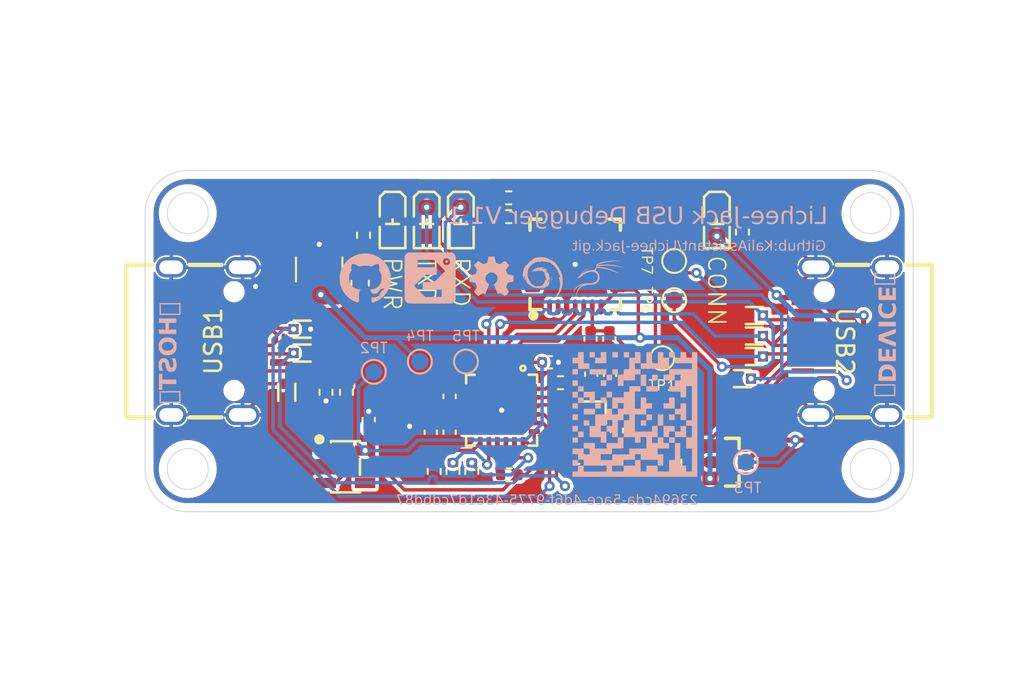
<source format=kicad_pcb>
(kicad_pcb (version 20241229) (generator "pcbnew") (generator_version "9.0")
  (title_block (title "Lichee-Jack USB Debugger") (date "2026-01-17") (rev "1.1") (company "KaliAssistant <work.kaliassistant.github@gmail.com>"))
  (layers (0 "F.Cu" signal) (2 "B.Cu" signal) (13 "F.Paste" user) (15 "B.Paste" user) (5 "F.SilkS" user "F.Silkscreen") (7 "B.SilkS" user "B.Silkscreen") (1 "F.Mask" user) (3 "B.Mask" user) (25 "Edge.Cuts" user))
  (net 0 "")
  (net 1 "V3V3_CP2102")
  (net 2 "VBUS")
  (net 3 "V3V3_USB2422")
  (net 4 "Net-(U1-CRFILT)")
  (net 5 "Net-(U1-PLLFILT)")
  (net 6 "XTAL1")
  (net 7 "XTAL2")
  (net 8 "UP_DN")
  (net 9 "UP_DP")
  (net 10 "TXD")
  (net 11 "DN2_DP")
  (net 12 "RXD")
  (net 13 "Net-(LED1--)")
  (net 14 "VCON")
  (net 15 "Net-(LED2-K)")
  (net 16 "Net-(LED3-+)")
  (net 17 "CC1")
  (net 18 "Net-(USB1-CC2)")
  (net 19 "Net-(USB1-CC1)")
  (net 20 "Net-(U1-RBIAS)")
  (net 21 "Net-(U1-RESET_N)")
  (net 22 "Net-(U1-SMBDATA{slash}NON_REM1)")
  (net 23 "Net-(U1-SMBCLK{slash}CFG_SEL0)")
  (net 24 "Net-(U1-SUSP_IND{slash}LOCAL_PWR{slash}(NON_REM0))")
  (net 30 "DN1_DP")
  (net 56 "GNDREF")
  (net 57 "Net-(LED4-+)")
  (net 58 "DN2_DN")
  (net 59 "DN1_DN")
  (footprint "Capacitor_SMD:C_0402_1005Metric" (layer "F.Cu") (at 141.6 74.6 90)
    (property "Reference" "C3" (hide yes))
    (property "Value" "1uF")
  )
  (footprint "Resistor_SMD:R_0402_1005Metric" (layer "F.Cu") (at 163.5 63.61 -90)
    (property "Reference" "R12" (hide yes))
    (property "Value" "1k")
  )
  (footprint "XL7EL89CMI-111YLC-24M:CRYSTAL-SMD_4P-L2.0-W1.6-BL" (layer "F.Cu") (at 153.84 74.99 180)
    (property "Reference" "X1" (hide yes))
    (property "Value" "XL7EL89CMI-111YLC-24M")
  )
  (footprint "TestPoint:TestPoint_Pad_D1.0mm" (layer "F.Cu") (at 159.5 67.6)
    (property "Reference" "TP6")
    (property "Value" "TP_TXD")
  )
  (footprint "YLED0603R:LED0603-FD" (layer "F.Cu") (at 143 63 90)
    (property "Reference" "LED1" (hide yes))
    (property "Value" "LED_RED_PWR")
  )
  (footprint "USB-TYPE-C-018:USB-C_SMD-TYPE-C-31-M-12" (layer "F.Cu") (at 169.5 70 90)
    (property "Reference" "USB2")
    (property "Value" "TYPE-C")
  )
  (footprint "Capacitor_SMD:C_0402_1005Metric" (layer "F.Cu") (at 145.24 75.34 -90)
    (property "Reference" "C6" (hide yes))
    (property "Value" "1uF")
  )
  (footprint "Resistor_SMD:R_0402_1005Metric" (layer "F.Cu") (at 149.8 62.7)
    (property "Reference" "R9" (hide yes))
    (property "Value" "220R")
  )
  (footprint "Capacitor_SMD:C_0402_1005Metric" (layer "F.Cu") (at 152.24 71.24)
    (property "Reference" "C4" (hide yes))
    (property "Value" "100nF")
  )
  (footprint "Capacitor_SMD:C_1210_3225Metric" (layer "F.Cu") (at 138.7 65.8 90)
    (property "Reference" "C1" (hide yes))
    (property "Value" "1210-100uF")
  )
  (footprint "Capacitor_SMD:C_0402_1005Metric" (layer "F.Cu") (at 155.74 71.94 -90)
    (property "Reference" "C9" (hide yes))
    (property "Value" "100nF")
  )
  (footprint "Capacitor_SMD:C_0402_1005Metric" (layer "F.Cu") (at 154.6 69.88 90)
    (property "Reference" "C12" (hide yes))
    (property "Value" "4.7uF")
  )
  (footprint "TestPoint:TestPoint_Pad_D1.0mm" (layer "F.Cu") (at 158.8 71)
    (property "Reference" "TP1")
    (property "Value" "TP_CP2102_VDD")
  )
  (footprint "Capacitor_SMD:C_0402_1005Metric" (layer "F.Cu") (at 146.34 73.24 90)
    (property "Reference" "C5" (hide yes))
    (property "Value" "1uF")
  )
  (footprint "Capacitor_SMD:C_0402_1005Metric" (layer "F.Cu") (at 155.7 69.88 90)
    (property "Reference" "C13" (hide yes))
    (property "Value" "100nF")
  )
  (footprint "Resistor_SMD:R_0402_1005Metric" (layer "F.Cu") (at 160.3 77.11 90)
    (property "Reference" "R11" (hide yes))
    (property "Value" "56k")
  )
  (footprint "TPD1E10B06DPYR:X1SON-2_L1.0-W0.6-P0.65-BI" (layer "F.Cu") (at 164.2 68.5)
    (property "Reference" "D4" (hide yes))
    (property "Value" "TPD1E10B06DPYR")
  )
  (footprint "TPD1E10B06DPYR:X1SON-2_L1.0-W0.6-P0.65-BI" (layer "F.Cu") (at 137.7 70.7 180)
    (property "Reference" "D3" (hide yes))
    (property "Value" "TPD1E10B06DPYR")
  )
  (footprint "Capacitor_SMD:C_0402_1005Metric" (layer "F.Cu") (at 156.14 75.24 -90)
    (property "Reference" "C10" (hide yes))
    (property "Value" "18pF")
  )
  (footprint "Capacitor_SMD:C_0603_1608Metric" (layer "F.Cu") (at 141.1 66.6 90)
    (property "Reference" "C2" (hide yes))
    (property "Value" "0603-10uF")
  )
  (footprint "Resistor_SMD:R_0402_1005Metric" (layer "F.Cu") (at 141.3 63.8 -90)
    (property "Reference" "R1" (hide yes))
    (property "Value" "1k")
  )
  (footprint "AO3401A:SOT23-3" (layer "F.Cu") (at 162.6 77.1 180)
    (property "Reference" "Q1" (hide yes))
    (property "Value" "AO3401A")
  )
  (footprint "Resistor_SMD:R_0402_1005Metric" (layer "F.Cu") (at 145.44 77.64 -90)
    (property "Reference" "R6" (hide yes))
    (property "Value" "47k")
  )
  (footprint "Resistor_SMD:R_0402_1005Metric" (layer "F.Cu") (at 149.8 61.6)
    (property "Reference" "R10" (hide yes))
    (property "Value" "220R")
  )
  (footprint "Resistor_SMD:R_0402_1005Metric" (layer "F.Cu") (at 152.84 72.44)
    (property "Reference" "R4" (hide yes))
    (property "Value" "12k")
  )
  (footprint "Capacitor_SMD:C_0402_1005Metric" (layer "F.Cu") (at 154.64 71.94 -90)
    (property "Reference" "C8" (hide yes))
    (property "Value" "10nF")
  )
  (footprint "YLED0603B:LED0603-FD" (layer "F.Cu") (at 162 63 90)
    (property "Reference" "LED2" (hide yes))
    (property "Value" "LED_BLUE_CONN")
  )
  (footprint "Resistor_SMD:R_0402_1005Metric" (layer "F.Cu") (at 146.54 77.64 -90)
    (property "Reference" "R7" (hide yes))
    (property "Value" "47k")
  )
  (footprint "TPD1E10B06DPYR:X1SON-2_L1.0-W0.6-P0.65-BI" (layer "F.Cu") (at 164.2 70.9)
    (property "Reference" "D5" (hide yes))
    (property "Value" "TPD1E10B06DPYR")
  )
  (footprint "Resistor_SMD:R_0402_1005Metric" (layer "F.Cu") (at 140.3 73 -90)
    (property "Reference" "R3" (hide yes))
    (property "Value" "5k1")
  )
  (footprint "Resistor_SMD:R_0402_1005Metric" (layer "F.Cu") (at 139.1 73 -90)
    (property "Reference" "R2" (hide yes))
    (property "Value" "5k1")
  )
  (footprint "Capacitor_SMD:C_0402_1005Metric" (layer "F.Cu") (at 153.84 76.84)
    (property "Reference" "C11" (hide yes))
    (property "Value" "18pF")
  )
  (footprint "USB-TYPE-C-018:USB-C_SMD-TYPE-C-31-M-12" (layer "F.Cu") (at 132.5 70 -90)
    (property "Reference" "USB1")
    (property "Value" "TYPE-C")
  )
  (footprint "TPSPX3819M5-L-3-3:SOT-23-5_L3.0-W1.6-P0.95-LS2.8-BR" (layer "F.Cu") (at 140.24 77.3675 180)
    (property "Reference" "U3" (hide yes))
    (property "Value" "TPSPX3819M5-L-3-3")
  )
  (footprint "Resistor_SMD:R_0402_1005Metric" (layer "F.Cu") (at 149.84 77.84 180)
    (property "Reference" "R5" (hide yes))
    (property "Value" "10k")
  )
  (footprint "TPD1E10B06DPYR:X1SON-2_L1.0-W0.6-P0.65-BI" (layer "F.Cu") (at 163.5 72.2)
    (property "Reference" "D7" (hide yes))
    (property "Value" "TPD1E10B06DPYR")
  )
  (footprint "TPD1E10B06DPYR:X1SON-2_L1.0-W0.6-P0.65-BI" (layer "F.Cu") (at 164.2 69.7)
    (property "Reference" "D6" (hide yes))
    (property "Value" "TPD1E10B06DPYR")
  )
  (footprint "CP2102-GMR:WQFN-28_L5.0-W5.0-P0.50-BL-EP3.2" (layer "F.Cu") (at 153.7 65.5)
    (property "Reference" "U4" (hide yes))
    (property "Value" "CP2102-GMR")
  )
  (footprint "YLED0603G:LED0603-FD" (layer "F.Cu") (at 147 63 90)
    (property "Reference" "LED4" (hide yes))
    (property "Value" "LED_GREEN_RXD")
  )
  (footprint "Resistor_SMD:R_0402_1005Metric" (layer "F.Cu") (at 147.64 77.64 -90)
    (property "Reference" "R8" (hide yes))
    (property "Value" "47k")
  )
  (footprint "TPD1E10B06DPYR:X1SON-2_L1.0-W0.6-P0.65-BI" (layer "F.Cu") (at 137.7 69.3 180)
    (property "Reference" "D2" (hide yes))
    (property "Value" "TPD1E10B06DPYR")
  )
  (footprint "Capacitor_SMD:C_0402_1005Metric" (layer "F.Cu") (at 146.34 75.34 -90)
    (property "Reference" "C7" (hide yes))
    (property "Value" "100nF")
  )
  (footprint "TestPoint:TestPoint_Pad_D1.0mm" (layer "F.Cu") (at 159.5 65.3)
    (property "Reference" "TP7")
    (property "Value" "TP_RXD")
  )
  (footprint "USB2422:QFN-24_L4.0-W4.0-P0.50-BL-EP2.6" (layer "F.Cu") (at 149.39 74.05 180)
    (property "Reference" "U1" (hide yes))
    (property "Value" "USB2422/MJ")
  )
  (footprint "TPD1E10B06DPYR:X1SON-2_L1.0-W0.6-P0.65-BI" (layer "F.Cu") (at 136.8 73 90)
    (property "Reference" "D1" (hide yes))
    (property "Value" "TPD1E10B06DPYR")
  )
  (footprint "YLED0603G:LED0603-FD" (layer "F.Cu") (at 145 63 90)
    (property "Reference" "LED3" (hide yes))
    (property "Value" "LED_YELLOW_TXD")
  )
  (footprint "ICON:kali_3x3" (layer "B.Cu") (at 155.1 66.4 180)
    (property "Reference" "G***" (hide yes))
    (property "Value" "LOGO" (hide yes))
  )
  (footprint "TestPoint:TestPoint_Pad_D1.0mm" (layer "B.Cu") (at 144.6 71.2 180)
    (property "Reference" "TP4")
    (property "Value" "TP_VBUS")
  )
  (footprint "ICON:oshw_3x3" (layer "B.Cu") (at 148.8 66.2 180)
    (property "Reference" "G***" (hide yes))
    (property "Value" "LOGO" (hide yes))
  )
  (footprint "TestPoint:TestPoint_Pad_D1.0mm" (layer "B.Cu") (at 163.7 77.1 180)
    (property "Reference" "TP3")
    (property "Value" "TP_VCON")
  )
  (footprint "TestPoint:TestPoint_Pad_D1.0mm" (layer "B.Cu") (at 141.9 71.8 180)
    (property "Reference" "TP2")
    (property "Value" "TP_V3V3_USB2422")
  )
  (footprint "UUID:23694cda-5ace-4d6f-9775-43e1d7cdbd87" (layer "B.Cu") (at 157.2 74.3 180)
    (property "Reference" "G***" (hide yes))
    (property "Value" "LOGO" (hide yes))
  )
  (footprint "ICON:sipeed_logo_3x3" (layer "B.Cu") (at 145.2 66.3 180)
    (property "Reference" "G***" (hide yes))
    (property "Value" "LOGO" (hide yes))
  )
  (footprint "ICON:github_3x3" (layer "B.Cu") (at 141.4 66.3 180)
    (property "Reference" "G***" (hide yes))
    (property "Value" "LOGO" (hide yes))
  )
  (footprint "TestPoint:TestPoint_Pad_D1.0mm" (layer "B.Cu") (at 147.3 71.2 180)
    (property "Reference" "TP5")
    (property "Value" "TP_GND")
  )
  (footprint "ICON:debian_3x3" (layer "B.Cu") (at 151.8 66.3 180)
    (property "Reference" "G***" (hide yes))
    (property "Value" "LOGO" (hide yes))
  )
  (gr_line (start 131 60) (end 171 60) (stroke (width 0.05)) (layer "Edge.Cuts"))
  (gr_arc (start 171 60) (mid 172.767767 60.732233) (end 173.5 62.5) (stroke (width 0.05)) (layer "Edge.Cuts"))
  (gr_line (start 173.5 62.5) (end 173.5 77.5) (stroke (width 0.05)) (layer "Edge.Cuts"))
  (gr_line (start 131 80) (end 171 80) (stroke (width 0.05)) (layer "Edge.Cuts"))
  (gr_line (start 128.5 62.5) (end 128.5 77.5) (stroke (width 0.05)) (layer "Edge.Cuts"))
  (gr_arc (start 128.5 62.5) (mid 129.232233 60.732233) (end 131 60) (stroke (width 0.05)) (layer "Edge.Cuts"))
  (gr_circle (center 171 77.5) (end 172.2 77.5) (stroke (width 0.05)) (fill no) (layer "Edge.Cuts"))
  (gr_circle (center 131 62.5) (end 132.2 62.5) (stroke (width 0.05)) (fill no) (layer "Edge.Cuts"))
  (gr_arc (start 173.5 77.5) (mid 172.767767 79.267767) (end 171 80) (stroke (width 0.05)) (layer "Edge.Cuts"))
  (gr_circle (center 131 77.5) (end 132.2 77.5) (stroke (width 0.05)) (fill no) (layer "Edge.Cuts"))
  (gr_circle (center 171 62.5) (end 172.2 62.5) (stroke (width 0.05)) (fill no) (layer "Edge.Cuts"))
  (gr_arc (start 131 80) (mid 129.232233 79.267767) (end 128.5 77.5) (stroke (width 0.05)) (layer "Edge.Cuts"))
  (gr_text "RXD" (at 146.4 65 270) (layer "F.SilkS") (effects (font (size 1 1) (thickness 0.1)) (justify left bottom)))
  (gr_text "CONN" (at 161.4 64.9 270) (layer "F.SilkS") (effects (font (size 1 1) (thickness 0.1)) (justify left bottom)))
  (gr_text "TXD" (at 144.4 65 270) (layer "F.SilkS") (effects (font (size 1 1) (thickness 0.1)) (justify left bottom)))
  (gr_text "PWR" (at 142.4 65 270) (layer "F.SilkS") (effects (font (size 1 1) (thickness 0.1)) (justify left bottom)))
  (gr_text "Github:KaliAssistant/Lichee-Jack.git" (at 168.4 64.8 0) (layer "B.SilkS") (effects (font (size 0.6 0.6) (thickness 0.1)) (justify left bottom mirror)))
  (gr_text "󱨊HOST󱨊" (at 130.5 67.7 90) (layer "B.SilkS") (effects (font (size 1 1) (thickness 0.1)) (justify left bottom mirror)))
  (gr_text "Lichee-Jack USB Debugger V1.1" (at 168.5 63.3 0) (layer "B.SilkS") (effects (font (size 1 1) (thickness 0.1)) (justify left bottom mirror)))
  (gr_text "23694cda-5ace-4d6f-9775-43e1d7cdbd87" (at 160.9 79.7 0) (layer "B.SilkS") (effects (font (size 0.6 0.6) (thickness 0.1)) (justify left bottom mirror)))
  (gr_text "󱨊DEVICE󱨊" (at 171.3 73.3 270) (layer "B.SilkS") (effects (font (size 1 1) (thickness 0.1)) (justify left bottom mirror)))
  (segment (start 155.7 69.4) (end 157.3 71) (width 0.2) (layer "F.Cu") (net 1))
  (segment (start 150.31 61.6) (end 155.2 61.6) (width 0.2) (layer "F.Cu") (net 1))
  (segment (start 155.2 61.6) (end 157.2 63.6) (width 0.2) (layer "F.Cu") (net 1))
  (segment (start 158.4 67.4) (end 158.4 70.6) (width 0.2) (layer "F.Cu") (net 1))
  (segment (start 150.31 62.7) (end 150.31 61.6) (width 0.2) (layer "F.Cu") (net 1))
  (segment (start 155.7 69.4) (end 154.6 69.4) (width 0.2) (layer "F.Cu") (net 1))
  (segment (start 158.4 70.6) (end 158.8 71) (width 0.2) (layer "F.Cu") (net 1))
  (segment (start 157.2 63.6) (end 157.2 66.2) (width 0.2) (layer "F.Cu") (net 1))
  (segment (start 157.3 71) (end 158.8 71) (width 0.2) (layer "F.Cu") (net 1))
  (segment (start 154.7 68) (end 154.7 69.3) (width 0.2) (layer "F.Cu") (net 1))
  (segment (start 154.7 69.3) (end 154.6 69.4) (width 0.2) (layer "F.Cu") (net 1))
  (segment (start 157.2 66.2) (end 158.4 67.4) (width 0.2) (layer "F.Cu") (net 1))
  (segment (start 134.97 67.45) (end 134.47 67.45) (width 0.2) (layer "F.Cu") (net 2))
  (segment (start 138.7 67.275) (end 138.8 67.275) (width 0.3) (layer "F.Cu") (net 2))
  (segment (start 139.642 78.3175) (end 139.991 77.9685) (width 0.2) (layer "F.Cu") (net 2))
  (segment (start 138.8 67.275) (end 141 67.275) (width 0.3) (layer "F.Cu") (net 2))
  (segment (start 156.2 67) (end 155.2 68) (width 0.2) (layer "F.Cu") (net 2))
  (segment (start 139.09 78.3175) (end 139.642 78.3175) (width 0.2) (layer "F.Cu") (net 2))
  (segment (start 134.97 67.75) (end 134.97 67.45) (width 0.2) (layer "F.Cu") (net 2))
  (segment (start 160.3 77.62) (end 161.17 77.62) (width 0.2) (layer "F.Cu") (net 2))
  (segment (start 143 63.85) (end 143 65.475) (width 0.2) (layer "F.Cu") (net 2))
  (segment (start 134.97 72.55) (end 134.97 72.25) (width 0.2) (layer "F.Cu") (net 2))
  (segment (start 136.8 72.5) (end 135.22 72.5) (width 0.2) (layer "F.Cu") (net 2))
  (segment (start 133.399 68.521) (end 133.399 71.562281) (width 0.2) (layer "F.Cu") (net 2))
  (segment (start 143 65.475) (end 141.1 67.375) (width 0.2) (layer "F.Cu") (net 2))
  (segment (start 138.7 67.275) (end 138.225 67.75) (width 0.3) (layer "F.Cu") (net 2))
  (segment (start 134.47 67.45) (end 133.399 68.521) (width 0.2) (layer "F.Cu") (net 2))
  (segment (start 141 67.275) (end 141.1 67.375) (width 0.3) (layer "F.Cu") (net 2))
  (segment (start 138.225 67.75) (end 134.97 67.75) (width 0.3) (layer "F.Cu") (net 2))
  (segment (start 136.8 72.5) (end 136.9 72.5) (width 0.2) (layer "F.Cu") (net 2))
  (segment (start 133.399 71.562281) (end 134.386719 72.55) (width 0.2) (layer "F.Cu") (net 2))
  (segment (start 157.2 67) (end 157.4 67.2) (width 0.2) (layer "F.Cu") (net 2))
  (segment (start 139.7175 76.4175) (end 139.09 76.4175) (width 0.2) (layer "F.Cu") (net 2))
  (segment (start 157.4 69.7) (end 157.5 69.8) (width 0.2) (layer "F.Cu") (net 2))
  (segment (start 157.4 67.2) (end 157.4 69.7) (width 0.2) (layer "F.Cu") (net 2))
  (segment (start 139.991 77.9685) (end 139.991 76.691) (width 0.2) (layer "F.Cu") (net 2))
  (segment (start 134.386719 72.55) (end 134.97 72.55) (width 0.2) (layer "F.Cu") (net 2))
  (segment (start 156.2 67) (end 157.2 67) (width 0.2) (layer "F.Cu") (net 2))
  (segment (start 139.991 76.691) (end 139.7175 76.4175) (width 0.2) (layer "F.Cu") (net 2))
  (segment (start 139.09 74.69) (end 139.09 76.4175) (width 0.2) (layer "F.Cu") (net 2))
  (segment (start 136.9 72.5) (end 139.09 74.69) (width 0.2) (layer "F.Cu") (net 2))
  (segment (start 135.22 72.5) (end 134.97 72.25) (width 0.2) (layer "F.Cu") (net 2))
  (segment (start 161.17 77.62) (end 161.6 78.05) (width 0.2) (layer "F.Cu") (net 2))
  (via (at 138.8 67.275) (size 0.6) (drill 0.3) (layers "F.Cu" "B.Cu") (net 2))
  (via (at 157.5 69.8) (size 0.6) (drill 0.3) (layers "F.Cu" "B.Cu") (net 2))
  (via (at 161.6 78.05) (size 0.6) (drill 0.3) (layers "F.Cu" "B.Cu") (net 2))
  (segment (start 161.6 78.05) (end 161.6 71.7) (width 0.3) (layer "B.Cu") (net 2))
  (segment (start 161.6 71.7) (end 159.7 69.8) (width 0.3) (layer "B.Cu") (net 2))
  (segment (start 141.4 69.8) (end 138.875 67.275) (width 0.3) (layer "B.Cu") (net 2))
  (segment (start 144.6 71.2) (end 143.2 69.8) (width 0.2) (layer "B.Cu") (net 2))
  (segment (start 138.875 67.275) (end 138.8 67.275) (width 0.3) (layer "B.Cu") (net 2))
  (segment (start 143.2 69.8) (end 141.4 69.8) (width 0.3) (layer "B.Cu") (net 2))
  (segment (start 157.5 69.8) (end 143.2 69.8) (width 0.3) (layer "B.Cu") (net 2))
  (segment (start 159.7 69.8) (end 157.5 69.8) (width 0.3) (layer "B.Cu") (net 2))
  (segment (start 151.541 76.591057) (end 151.541 77.088943) (width 0.2) (layer "F.Cu") (net 3))
  (segment (start 143.6935 78.721) (end 141.39 76.4175) (width 0.2) (layer "F.Cu") (net 3))
  (segment (start 141.6 76.2075) (end 141.39 76.4175) (width 0.2) (layer "F.Cu") (net 3))
  (segment (start 146.42 73.8) (end 147.48 73.8) (width 0.2) (layer "F.Cu") (net 3))
  (segment (start 151.541 77.088943) (end 150.789943 77.84) (width 0.2) (layer "F.Cu") (net 3))
  (segment (start 146.34 73.72) (end 146.42 73.8) (width 0.2) (layer "F.Cu") (net 3))
  (segment (start 150.64 72.14) (end 150.64 71.34) (width 0.2) (layer "F.Cu") (net 3))
  (segment (start 150.35 77.84) (end 149.469 78.721) (width 0.2) (layer "F.Cu") (net 3))
  (segment (start 150.909943 75.96) (end 151.541 76.591057) (width 0.2) (layer "F.Cu") (net 3))
  (segment (start 149.469 78.721) (end 143.6935 78.721) (width 0.2) (layer "F.Cu") (net 3))
  (segment (start 150.74 71.24) (end 151.76 71.24) (width 0.2) (layer "F.Cu") (net 3))
  (segment (start 150.64 75.96) (end 150.909943 75.96) (width 0.2) (layer "F.Cu") (net 3))
  (segment (start 144.0875 73.72) (end 146.34 73.72) (width 0.2) (layer "F.Cu") (net 3))
  (segment (start 150.789943 77.84) (end 150.35 77.84) (width 0.2) (layer "F.Cu") (net 3))
  (segment (start 141.39 76.4175) (end 144.0875 73.72) (width 0.2) (layer "F.Cu") (net 3))
  (segment (start 150.64 71.34) (end 150.74 71.24) (width 0.2) (layer "F.Cu") (net 3))
  (segment (start 149.64 75.96) (end 149.64 77.13) (width 0.2) (layer "F.Cu") (net 3))
  (segment (start 141.6 75.08) (end 141.6 76.2075) (width 0.2) (layer "F.Cu") (net 3))
  (segment (start 149.64 77.13) (end 150.35 77.84) (width 0.2) (layer "F.Cu") (net 3))
  (via (at 151.76 71.24) (size 0.6) (drill 0.3) (layers "F.Cu" "B.Cu") (net 3))
  (via (at 141.39 76.4175) (size 0.6) (drill 0.3) (layers "F.Cu" "B.Cu") (net 3))
  (segment (start 150.8 75.8) (end 144.5 75.8) (width 0.2) (layer "B.Cu") (net 3))
  (segment (start 144.5 75.8) (end 143.8825 76.4175) (width 0.2) (layer "B.Cu") (net 3))
  (segment (start 141.39 76.4175) (end 140.999 76.0265) (width 0.2) (layer "B.Cu") (net 3))
  (segment (start 143.8825 76.4175) (end 141.39 76.4175) (width 0.2) (layer "B.Cu") (net 3))
  (segment (start 140.999 76.0265) (end 140.999 72.701) (width 0.2) (layer "B.Cu") (net 3))
  (segment (start 151.76 71.24) (end 151.76 74.84) (width 0.2) (layer "B.Cu") (net 3))
  (segment (start 151.76 74.84) (end 150.8 75.8) (width 0.2) (layer "B.Cu") (net 3))
  (segment (start 140.999 72.701) (end 141.9 71.8) (width 0.2) (layer "B.Cu") (net 3))
  (segment (start 145.24 74.86) (end 146.34 74.86) (width 0.2) (layer "F.Cu") (net 4))
  (segment (start 146.9 74.3) (end 146.34 74.86) (width 0.2) (layer "F.Cu") (net 4))
  (segment (start 147.48 74.3) (end 146.9 74.3) (width 0.2) (layer "F.Cu") (net 4))
  (segment (start 155.74 72.42) (end 154.64 72.42) (width 0.2) (layer "F.Cu") (net 5))
  (segment (start 151.3 73.3) (end 153.76 73.3) (width 0.2) (layer "F.Cu") (net 5))
  (segment (start 153.76 73.3) (end 154.64 72.42) (width 0.2) (layer "F.Cu") (net 5))
  (segment (start 151.3 73.8) (end 151.36 73.74) (width 0.2) (layer "F.Cu") (net 6))
  (segment (start 156.14 74.76) (end 154.86 74.76) (width 0.2) (layer "F.Cu") (net 6))
  (segment (start 151.36 73.74) (end 153.84 73.74) (width 0.2) (layer "F.Cu") (net 6))
  (segment (start 154.86 74.76) (end 154.54 74.44) (width 0.2) (layer "F.Cu") (net 6))
  (segment (start 153.84 73.74) (end 154.54 74.44) (width 0.2) (layer "F.Cu") (net 6))
  (segment (start 151.872 74.3) (end 152.389 74.817) (width 0.2) (layer "F.Cu") (net 7))
  (segment (start 152.389 75.439) (end 152.49 75.54) (width 0.2) (layer "F.Cu") (net 7))
  (segment (start 153.36 76.84) (end 153.36 75.76) (width 0.2) (layer "F.Cu") (net 7))
  (segment (start 152.389 74.817) (end 152.389 75.439) (width 0.2) (layer "F.Cu") (net 7))
  (segment (start 152.49 75.54) (end 153.14 75.54) (width 0.2) (layer "F.Cu") (net 7))
  (segment (start 153.36 75.76) (end 153.14 75.54) (width 0.2) (layer "F.Cu") (net 7))
  (segment (start 151.3 74.3) (end 151.872 74.3) (width 0.2) (layer "F.Cu") (net 7))
  (segment (start 135.85 69.25) (end 136.2 69.6) (width 0.2) (layer "F.Cu") (net 8))
  (segment (start 151.3 75.7) (end 151.3 75.3) (width 0.2) (layer "F.Cu") (net 8))
  (segment (start 135.95 70.25) (end 134.97 70.25) (width 0.2) (layer "F.Cu") (net 8))
  (segment (start 134.97 69.25) (end 137.15 69.25) (width 0.2) (layer "F.Cu") (net 8))
  (segment (start 136.2 70) (end 135.95 70.25) (width 0.2) (layer "F.Cu") (net 8))
  (segment (start 152.2 78.5) (end 152.2 76.6) (width 0.2) (layer "F.Cu") (net 8))
  (segment (start 134.97 69.25) (end 135.85 69.25) (width 0.2) (layer "F.Cu") (net 8))
  (segment (start 137.15 69.25) (end 137.2 69.3) (width 0.2) (layer "F.Cu") (net 8))
  (segment (start 136.2 69.6) (end 136.2 70) (width 0.2) (layer "F.Cu") (net 8))
  (segment (start 152.2 76.6) (end 151.3 75.7) (width 0.2) (layer "F.Cu") (net 8))
  (via (at 137.2 69.3) (size 0.6) (drill 0.3) (layers "F.Cu" "B.Cu") (net 8))
  (via (at 152.2 78.5) (size 0.6) (drill 0.3) (layers "F.Cu" "B.Cu") (net 8))
  (segment (start 136.6 69.3) (end 137.2 69.3) (width 0.2) (layer "B.Cu") (net 8))
  (segment (start 136 75.2) (end 136 69.9) (width 0.2) (layer "B.Cu") (net 8))
  (segment (start 136 69.9) (end 136.6 69.3) (width 0.2) (layer "B.Cu") (net 8))
  (segment (start 151.6 79.1) (end 139.9 79.1) (width 0.2) (layer "B.Cu") (net 8))
  (segment (start 139.9 79.1) (end 136 75.2) (width 0.2) (layer "B.Cu") (net 8))
  (segment (start 152.2 78.5) (end 151.6 79.1) (width 0.2) (layer "B.Cu") (net 8))
  (segment (start 134.068 69.75) (end 133.8 70.018) (width 0.2) (layer "F.Cu") (net 9))
  (segment (start 152.6 76.4) (end 151.988 75.788) (width 0.2) (layer "F.Cu") (net 9))
  (segment (start 151.988 74.9831) (end 151.8049 74.8) (width 0.2) (layer "F.Cu") (net 9))
  (segment (start 151.8049 74.8) (end 151.3 74.8) (width 0.2) (layer "F.Cu") (net 9))
  (segment (start 133.8 70.6) (end 133.95 70.75) (width 0.2) (layer "F.Cu") (net 9))
  (segment (start 153.1 78.5) (end 152.6 78) (width 0.2) (layer "F.Cu") (net 9))
  (segment (start 137.1 70.7) (end 137.05 70.75) (width 0.2) (layer "F.Cu") (net 9))
  (segment (start 133.8 70.018) (end 133.8 70.6) (width 0.2) (layer "F.Cu") (net 9))
  (segment (start 137.2 70.7) (end 137.1 70.7) (width 0.2) (layer "F.Cu") (net 9))
  (segment (start 137.05 70.75) (end 134.97 70.75) (width 0.2) (layer "F.Cu") (net 9))
  (segment (start 133.95 70.75) (end 134.97 70.75) (width 0.2) (layer "F.Cu") (net 9))
  (segment (start 152.6 78) (end 152.6 76.4) (width 0.2) (layer "F.Cu") (net 9))
  (segment (start 134.97 69.75) (end 134.068 69.75) (width 0.2) (layer "F.Cu") (net 9))
  (segment (start 151.988 75.788) (end 151.988 74.9831) (width 0.2) (layer "F.Cu") (net 9))
  (via (at 153.1 78.5) (size 0.6) (drill 0.3) (layers "F.Cu" "B.Cu") (net 9))
  (via (at 137.2 70.7) (size 0.6) (drill 0.3) (layers "F.Cu" "B.Cu") (net 9))
  (segment (start 150.5 77.899) (end 152.499 77.899) (width 0.2) (layer "B.Cu") (net 9))
  (segment (start 152.499 77.899) (end 153.1 78.5) (width 0.2) (layer "B.Cu") (net 9))
  (segment (start 139.701 78.3) (end 144.980119 78.3) (width 0.2) (layer "B.Cu") (net 9))
  (segment (start 145.300119 77.919625) (end 145.380119 77.919625) (width 0.2) (layer "B.Cu") (net 9))
  (segment (start 145.540119 78.079625) (end 145.540119 78.14) (width 0.2) (layer "B.Cu") (net 9))
  (segment (start 137.2 70.7) (end 137.1 70.7) (width 0.2) (layer "B.Cu") (net 9))
  (segment (start 145.780119 78.3) (end 146.000567 78.3) (width 0.2) (layer "B.Cu") (net 9))
  (segment (start 136.4 71.4) (end 136.4 74.999) (width 0.2) (layer "B.Cu") (net 9))
  (segment (start 136.4 74.999) (end 139.701 78.3) (width 0.2) (layer "B.Cu") (net 9))
  (segment (start 146.000567 78.3) (end 150.099 78.3) (width 0.2) (layer "B.Cu") (net 9))
  (segment (start 145.700119 78.3) (end 145.780119 78.3) (width 0.2) (layer "B.Cu") (net 9))
  (segment (start 150.099 78.3) (end 150.5 77.899) (width 0.2) (layer "B.Cu") (net 9))
  (segment (start 145.140119 78.14) (end 145.140119 78.079625) (width 0.2) (layer "B.Cu") (net 9))
  (segment (start 137.1 70.7) (end 136.4 71.4) (width 0.2) (layer "B.Cu") (net 9))
  (arc (start 145.540119 78.14) (mid 145.586982 78.253137) (end 145.700119 78.3) (width 0.2) (layer "B.Cu") (net 9))
  (arc (start 144.980119 78.3) (mid 145.093256 78.253137) (end 145.140119 78.14) (width 0.2) (layer "B.Cu") (net 9))
  (arc (start 145.380119 77.919625) (mid 145.493256 77.966488) (end 145.540119 78.079625) (width 0.2) (layer "B.Cu") (net 9))
  (arc (start 145.140119 78.079625) (mid 145.186982 77.966488) (end 145.300119 77.919625) (width 0.2) (layer "B.Cu") (net 9))
  (segment (start 147.598 66) (end 145.801 64.203) (width 0.2) (layer "F.Cu") (net 10))
  (segment (start 145.801 64.203) (end 145.801 62.951) (width 0.2) (layer "F.Cu") (net 10))
  (segment (start 164.7 68.5) (end 164.95 68.75) (width 0.2) (layer "F.Cu") (net 10))
  (segment (start 164.95 68.75) (end 167.03 68.75) (width 0.2) (layer "F.Cu") (net 10))
  (segment (start 159.5 68.7) (end 159.5 67.6) (width 0.2) (layer "F.Cu") (net 10))
  (segment (start 151.2 66) (end 147.598 66) (width 0.2) (layer "F.Cu") (net 10))
  (segment (start 145.801 62.951) (end 145 62.15) (width 0.2) (layer "F.Cu") (net 10))
  (segment (start 162.3 71.5) (end 159.5 68.7) (width 0.2) (layer "F.Cu") (net 10))
  (via (at 162.3 71.5) (size 0.6) (drill 0.3) (layers "F.Cu" "B.Cu") (net 10))
  (via (at 164.7 68.5) (size 0.6) (drill 0.3) (layers "F.Cu" "B.Cu") (net 10))
  (via (at 145 62.15) (size 0.6) (drill 0.3) (layers "F.Cu" "B.Cu") (net 10))
  (segment (start 164.949943 71.5) (end 162.3 71.5) (width 0.2) (layer "B.Cu") (net 10))
  (segment (start 164.7 68.5) (end 165.301 69.101) (width 0.2) (layer "B.Cu") (net 10))
  (segment (start 165.301 71.148943) (end 164.949943 71.5) (width 0.2) (layer "B.Cu") (net 10))
  (segment (start 145 64.7) (end 145 62.15) (width 0.2) (layer "B.Cu") (net 10))
  (segment (start 163.9 67.7) (end 148 67.7) (width 0.2) (layer "B.Cu") (net 10))
  (segment (start 148 67.7) (end 145 64.7) (width 0.2) (layer "B.Cu") (net 10))
  (segment (start 164.7 68.5) (end 163.9 67.7) (width 0.2) (layer "B.Cu") (net 10))
  (segment (start 165.301 69.101) (end 165.301 71.148943) (width 0.2) (layer "B.Cu") (net 10))
  (segment (start 166.25 69.25) (end 167.03 69.25) (width 0.2) (layer "F.Cu") (net 11))
  (segment (start 148.64 72.14) (end 148.64 69.14) (width 0.2) (layer "F.Cu") (net 11))
  (segment (start 164.7 69.7) (end 165.25 70.25) (width 0.2) (layer "F.Cu") (net 11))
  (segment (start 165.25 70.25) (end 166.25 69.25) (width 0.2) (layer "F.Cu") (net 11))
  (segment (start 165.25 70.25) (end 167.03 70.25) (width 0.2) (layer "F.Cu") (net 11))
  (segment (start 148.64 69.14) (end 148.5 69) (width 0.2) (layer "F.Cu") (net 11))
  (via (at 164.7 69.7) (size 0.6) (drill 0.3) (layers "F.Cu" "B.Cu") (net 11))
  (via (at 148.5 69) (size 0.6) (drill 0.3) (layers "F.Cu" "B.Cu") (net 11))
  (segment (start 155.940761 68.157692) (end 156.099453 68.157692) (width 0.2) (layer "B.Cu") (net 11))
  (segment (start 149.051057 68.399) (end 150.899453 68.399) (width 0.2) (layer "B.Cu") (net 11))
  (segment (start 160.599 68.399) (end 161.9 69.7) (width 0.2) (layer "B.Cu") (net 11))
  (segment (start 154.340761 68.157692) (end 154.499453 68.157692) (width 0.2) (layer "B.Cu") (net 11))
  (segment (start 148.5 69) (end 148.5 68.950057) (width 0.2) (layer "B.Cu") (net 11))
  (segment (start 153.540761 68.157692) (end 153.699453 68.157692) (width 0.2) (layer "B.Cu") (net 11))
  (segment (start 157.725575 68.399) (end 160.599 68.399) (width 0.2) (layer "B.Cu") (net 11))
  (segment (start 161.9 69.7) (end 164.7 69.7) (width 0.2) (layer "B.Cu") (net 11))
  (segment (start 155.140753 68.1577) (end 155.299453 68.1577) (width 0.2) (layer "B.Cu") (net 11))
  (segment (start 148.5 68.950057) (end 149.051057 68.399) (width 0.2) (layer "B.Cu") (net 11))
  (segment (start 153.940761 68.399) (end 154.099453 68.399) (width 0.2) (layer "B.Cu") (net 11))
  (segment (start 152.340761 68.399) (end 152.499453 68.399) (width 0.2) (layer "B.Cu") (net 11))
  (segment (start 154.740761 68.399) (end 154.899453 68.399) (width 0.2) (layer "B.Cu") (net 11))
  (segment (start 153.140761 68.399) (end 153.299453 68.399) (width 0.2) (layer "B.Cu") (net 11))
  (segment (start 156.499453 68.399) (end 157.725575 68.399) (width 0.2) (layer "B.Cu") (net 11))
  (segment (start 151.940761 68.157692) (end 152.099453 68.157692) (width 0.2) (layer "B.Cu") (net 11))
  (segment (start 151.540761 68.399) (end 151.699453 68.399) (width 0.2) (layer "B.Cu") (net 11))
  (segment (start 152.740761 68.157692) (end 152.899453 68.157692) (width 0.2) (layer "B.Cu") (net 11))
  (segment (start 155.540753 68.399) (end 155.699453 68.399) (width 0.2) (layer "B.Cu") (net 11))
  (segment (start 156.340761 68.399) (end 156.499453 68.399) (width 0.2) (layer "B.Cu") (net 11))
  (segment (start 151.140761 68.157692) (end 151.299453 68.157692) (width 0.2) (layer "B.Cu") (net 11))
  (arc (start 155.699453 68.399) (mid 155.784768 68.363661) (end 155.820107 68.278346) (width 0.2) (layer "B.Cu") (net 11))
  (arc (start 153.020107 68.278346) (mid 153.055446 68.363661) (end 153.140761 68.399) (width 0.2) (layer "B.Cu") (net 11))
  (arc (start 155.820107 68.278346) (mid 155.855446 68.193031) (end 155.940761 68.157692) (width 0.2) (layer "B.Cu") (net 11))
  (arc (start 151.299453 68.157692) (mid 151.384768 68.193031) (end 151.420107 68.278346) (width 0.2) (layer "B.Cu") (net 11))
  (arc (start 155.299453 68.1577) (mid 155.384765 68.193038) (end 155.420103 68.27835) (width 0.2) (layer "B.Cu") (net 11))
  (arc (start 151.820107 68.278346) (mid 151.855446 68.193031) (end 151.940761 68.157692) (width 0.2) (layer "B.Cu") (net 11))
  (arc (start 153.299453 68.399) (mid 153.384768 68.363661) (end 153.420107 68.278346) (width 0.2) (layer "B.Cu") (net 11))
  (arc (start 151.699453 68.399) (mid 151.784768 68.363661) (end 151.820107 68.278346) (width 0.2) (layer "B.Cu") (net 11))
  (arc (start 154.220107 68.278346) (mid 154.255446 68.193031) (end 154.340761 68.157692) (width 0.2) (layer "B.Cu") (net 11))
  (arc (start 150.899453 68.399) (mid 150.984768 68.363661) (end 151.020107 68.278346) (width 0.2) (layer "B.Cu") (net 11))
  (arc (start 152.499453 68.399) (mid 152.584768 68.363661) (end 152.620107 68.278346) (width 0.2) (layer "B.Cu") (net 11))
  (arc (start 156.220107 68.278346) (mid 156.255446 68.363661) (end 156.340761 68.399) (width 0.2) (layer "B.Cu") (net 11))
  (arc (start 153.699453 68.157692) (mid 153.784768 68.193031) (end 153.820107 68.278346) (width 0.2) (layer "B.Cu") (net 11))
  (arc (start 155.420103 68.27835) (mid 155.455441 68.363662) (end 155.540753 68.399) (width 0.2) (layer "B.Cu") (net 11))
  (arc (start 152.899453 68.157692) (mid 152.984768 68.193031) (end 153.020107 68.278346) (width 0.2) (layer "B.Cu") (net 11))
  (arc (start 152.620107 68.278346) (mid 152.655446 68.193031) (end 152.740761 68.157692) (width 0.2) (layer "B.Cu") (net 11))
  (arc (start 151.020107 68.278346) (mid 151.055446 68.193031) (end 151.140761 68.157692) (width 0.2) (layer "B.Cu") (net 11))
  (arc (start 154.899453 68.399) (mid 154.984765 68.363662) (end 155.020103 68.27835) (width 0.2) (layer "B.Cu") (net 11))
  (arc (start 154.499453 68.157692) (mid 154.584768 68.193031) (end 154.620107 68.278346) (width 0.2) (layer "B.Cu") (net 11))
  (arc (start 156.099453 68.157692) (mid 156.184768 68.193031) (end 156.220107 68.278346) (width 0.2) (layer "B.Cu") (net 11))
  (arc (start 151.420107 68.278346) (mid 151.455446 68.363661) (end 151.540761 68.399) (width 0.2) (layer "B.Cu") (net 11))
  (arc (start 154.620107 68.278346) (mid 154.655446 68.363661) (end 154.740761 68.399) (width 0.2) (layer "B.Cu") (net 11))
  (arc (start 154.099453 68.399) (mid 154.184768 68.363661) (end 154.220107 68.278346) (width 0.2) (layer "B.Cu") (net 11))
  (arc (start 152.220107 68.278346) (mid 152.255446 68.363661) (end 152.340761 68.399) (width 0.2) (layer "B.Cu") (net 11))
  (arc (start 155.020103 68.27835) (mid 155.055441 68.193038) (end 155.140753 68.1577) (width 0.2) (layer "B.Cu") (net 11))
  (arc (start 153.820107 68.278346) (mid 153.855446 68.363661) (end 153.940761 68.399) (width 0.2) (layer "B.Cu") (net 11))
  (arc (start 153.420107 68.278346) (mid 153.455446 68.193031) (end 153.540761 68.157692) (width 0.2) (layer "B.Cu") (net 11))
  (arc (start 152.099453 68.157692) (mid 152.184768 68.193031) (end 152.220107 68.278346) (width 0.2) (layer "B.Cu") (net 11))
  (segment (start 169.05 71.75) (end 169.6 72.3) (width 0.2) (layer "F.Cu") (net 12))
  (segment (start 151.2 65.5) (end 150.35 65.5) (width 0.2) (layer "F.Cu") (net 12))
  (segment (start 167.03 71.75) (end 169.05 71.75) (width 0.2) (layer "F.Cu") (net 12))
  (segment (start 160.2 66) (end 160.8 66) (width 0.2) (layer "F.Cu") (net 12))
  (segment (start 150.35 65.5) (end 147 62.15) (width 0.2) (layer "F.Cu") (net 12))
  (segment (start 159.5 65.3) (end 160.2 66) (width 0.2) (layer "F.Cu") (net 12))
  (via (at 164 72.2) (size 0.6) (drill 0.3) (layers "F.Cu" "B.Cu") (net 12))
  (via (at 169.6 72.3) (size 0.6) (drill 0.3) (layers "F.Cu" "B.Cu") (net 12))
  (via (at 147 62.15) (size 0.6) (drill 0.3) (layers "F.Cu" "B.Cu") (net 12))
  (via (at 160.8 66) (size 0.6) (drill 0.3) (layers "F.Cu" "B.Cu") (net 12))
  (segment (start 146.1 63.05) (end 147 62.15) (width 0.2) (layer "B.Cu") (net 12))
  (segment (start 165.8 68.5) (end 164.599 67.299) (width 0.2) (layer "B.Cu") (net 12))
  (segment (start 160.8 66) (end 162.099 67.299) (width 0.2) (layer "B.Cu") (net 12))
  (segment (start 146.1 65) (end 146.1 63.05) (width 0.2) (layer "B.Cu") (net 12))
  (segment (start 165.9 71.8) (end 165.5 72.2) (width 0.2) (layer "B.Cu") (net 12))
  (segment (start 169.1 71.8) (end 165.9 71.8) (width 0.2) (layer "B.Cu") (net 12))
  (segment (start 165.5 72.2) (end 164 72.2) (width 0.2) (layer "B.Cu") (net 12))
  (segment (start 162.099 67.299) (end 148.399 67.299) (width 0.2) (layer "B.Cu") (net 12))
  (segment (start 165.9 71.8) (end 165.8 71.7) (width 0.2) (layer "B.Cu") (net 12))
  (segment (start 165.8 71.7) (end 165.8 68.5) (width 0.2) (layer "B.Cu") (net 12))
  (segment (start 148.399 67.299) (end 146.1 65) (width 0.2) (layer "B.Cu") (net 12))
  (segment (start 164.599 67.299) (end 162.099 67.299) (width 0.2) (layer "B.Cu") (net 12))
  (segment (start 169.6 72.3) (end 169.1 71.8) (width 0.2) (layer "B.Cu") (net 12))
  (segment (start 141.3 63.29) (end 141.3 62.8) (width 0.2) (layer "F.Cu") (net 13))
  (segment (start 141.3 62.8) (end 141.95 62.15) (width 0.2) (layer "F.Cu") (net 13))
  (segment (start 141.95 62.15) (end 143 62.15) (width 0.2) (layer "F.Cu") (net 13))
  (segment (start 165.3 75.5) (end 163.7 77.1) (width 0.3) (layer "F.Cu") (net 14))
  (segment (start 165.6 75.8) (end 166.6 75.8) (width 0.3) (layer "F.Cu") (net 14))
  (segment (start 168.7 75.8) (end 170.6 73.9) (width 0.3) (layer "F.Cu") (net 14))
  (segment (start 166.028 72.55) (end 167.03 72.55) (width 0.3) (layer "F.Cu") (net 14))
  (segment (start 165.3 74.8625) (end 165.3 75.5) (width 0.3) (layer "F.Cu") (net 14))
  (segment (start 165.3 74.8625) (end 165.3 73.278) (width 0.3) (layer "F.Cu") (net 14))
  (segment (start 162 64.1) (end 162 63.85) (width 0.2) (layer "F.Cu") (net 14))
  (segment (start 165.3 73.278) (end 166.028 72.55) (width 0.3) (layer "F.Cu") (net 14))
  (segment (start 167.03 67.45) (end 165.65 67.45) (width 0.3) (layer "F.Cu") (net 14))
  (segment (start 170.6 73.9) (end 170.6 68.5) (width 0.3) (layer "F.Cu") (net 14))
  (segment (start 165.65 67.45) (end 165.5 67.3) (width 0.3) (layer "F.Cu") (net 14))
  (segment (start 165.3 75.5) (end 165.6 75.8) (width 0.3) (layer "F.Cu") (net 14))
  (segment (start 166.6 75.8) (end 168.7 75.8) (width 0.3) (layer "F.Cu") (net 14))
  (via (at 170.6 68.5) (size 0.6) (drill 0.3) (layers "F.Cu" "B.Cu") (net 14))
  (via (at 166.6 75.8) (size 0.6) (drill 0.3) (layers "F.Cu" "B.Cu") (net 14))
  (via (at 165.5 67.3) (size 0.6) (drill 0.3) (layers "F.Cu" "B.Cu") (net 14))
  (via (at 162 63.85) (size 0.6) (drill 0.3) (layers "F.Cu" "B.Cu") (net 14))
  (segment (start 165.6 77.1) (end 166.6 76.1) (width 0.2) (layer "B.Cu") (net 14))
  (segment (start 166.7 68.5) (end 170.6 68.5) (width 0.3) (layer "B.Cu") (net 14))
  (segment (start 163.7 77.1) (end 165.6 77.1) (width 0.2) (layer "B.Cu") (net 14))
  (segment (start 165.5 67.3) (end 166.7 68.5) (width 0.3) (layer "B.Cu") (net 14))
  (segment (start 162.05 63.85) (end 165.5 67.3) (width 0.2) (layer "B.Cu") (net 14))
  (segment (start 162 63.85) (end 162.05 63.85) (width 0.2) (layer "B.Cu") (net 14))
  (segment (start 166.6 76.1) (end 166.6 75.8) (width 0.2) (layer "B.Cu") (net 14))
  (segment (start 162 62.15) (end 162.55 62.15) (width 0.2) (layer "F.Cu") (net 15))
  (segment (start 162.55 62.15) (end 163.5 63.1) (width 0.2) (layer "F.Cu") (net 15))
  (segment (start 144.199 63.049) (end 144.199 61.399) (width 0.2) (layer "F.Cu") (net 16))
  (segment (start 145 63.85) (end 144.199 63.049) (width 0.2) (layer "F.Cu") (net 16))
  (segment (start 145 63.85) (end 145.075 63.925) (width 0.2) (layer "F.Cu") (net 16))
  (segment (start 148.489 60.799) (end 149.29 61.6) (width 0.2) (layer "F.Cu") (net 16))
  (segment (start 144.799 60.799) (end 148.489 60.799) (width 0.2) (layer "F.Cu") (net 16))
  (segment (start 144.199 61.399) (end 144.799 60.799) (width 0.2) (layer "F.Cu") (net 16))
  (segment (start 161.6 75.778) (end 161.6 76.15) (width 0.2) (layer "F.Cu") (net 17))
  (segment (start 169.1 70.7) (end 169.1 69.3) (width 0.2) (layer "F.Cu") (net 17))
  (segment (start 168.55 71.25) (end 169.1 70.7) (width 0.2) (layer "F.Cu") (net 17))
  (segment (start 166.128 71.25) (end 161.6 75.778) (width 0.2) (layer "F.Cu") (net 17))
  (segment (start 161.15 76.6) (end 161.6 76.15) (width 0.2) (layer "F.Cu") (net 17))
  (segment (start 160.3 76.6) (end 161.15 76.6) (width 0.2) (layer "F.Cu") (net 17))
  (segment (start 169.1 69.3) (end 168.05 68.25) (width 0.2) (layer "F.Cu") (net 17))
  (segment (start 168.05 68.25) (end 167.03 68.25) (width 0.2) (layer "F.Cu") (net 17))
  (segment (start 167.03 71.25) (end 168.55 71.25) (width 0.2) (layer "F.Cu") (net 17))
  (segment (start 167.03 71.25) (end 166.128 71.25) (width 0.2) (layer "F.Cu") (net 17))
  (segment (start 134.97 71.75) (end 138.36 71.75) (width 0.2) (layer "F.Cu") (net 18))
  (segment (start 138.36 71.75) (end 139.1 72.49) (width 0.2) (layer "F.Cu") (net 18))
  (segment (start 134.97 68.75) (end 135.02 68.7) (width 0.2) (layer "F.Cu") (net 19))
  (segment (start 140.3 70.2) (end 140.3 72.49) (width 0.2) (layer "F.Cu") (net 19))
  (segment (start 135.02 68.7) (end 138.8 68.7) (width 0.2) (layer "F.Cu") (net 19))
  (segment (start 138.8 68.7) (end 140.3 70.2) (width 0.2) (layer "F.Cu") (net 19))
  (segment (start 151.3 72.8) (end 151.97 72.8) (width 0.2) (layer "F.Cu") (net 20))
  (segment (start 151.97 72.8) (end 152.33 72.44) (width 0.2) (layer "F.Cu") (net 20))
  (segment (start 149.14 77.65) (end 149.33 77.84) (width 0.2) (layer "F.Cu") (net 21))
  (segment (start 149.14 75.96) (end 149.14 77.65) (width 0.2) (layer "F.Cu") (net 21))
  (segment (start 147.699 76.401) (end 148.14 75.96) (width 0.2) (layer "F.Cu") (net 22))
  (segment (start 145.44 77.13) (end 146.169 76.401) (width 0.2) (layer "F.Cu") (net 22))
  (segment (start 146.169 76.401) (end 147.699 76.401) (width 0.2) (layer "F.Cu") (net 22))
  (segment (start 148.64 75.96) (end 148.64 77.14) (width 0.2) (layer "F.Cu") (net 23))
  (segment (start 148.64 77.14) (end 148.54 77.24) (width 0.2) (layer "F.Cu") (net 23))
  (via (at 146.54 77.13) (size 0.6) (drill 0.3) (layers "F.Cu" "B.Cu") (net 23))
  (via (at 148.54 77.24) (size 0.6) (drill 0.3) (layers "F.Cu" "B.Cu") (net 23))
  (segment (start 147.141 76.529) (end 146.54 77.13) (width 0.2) (layer "B.Cu") (net 23))
  (segment (start 148.54 77.24) (end 148.54 77.180057) (width 0.2) (layer "B.Cu") (net 23))
  (segment (start 148.54 77.180057) (end 147.888943 76.529) (width 0.2) (layer "B.Cu") (net 23))
  (segment (start 147.888943 76.529) (end 147.141 76.529) (width 0.2) (layer "B.Cu") (net 23))
  (segment (start 150.448 76.84) (end 150.94 76.84) (width 0.2) (layer "F.Cu") (net 24))
  (segment (start 150.14 75.96) (end 150.14 76.532) (width 0.2) (layer "F.Cu") (net 24))
  (segment (start 150.14 76.532) (end 150.448 76.84) (width 0.2) (layer "F.Cu") (net 24))
  (via (at 150.94 76.84) (size 0.6) (drill 0.3) (layers "F.Cu" "B.Cu") (net 24))
  (via (at 147.64 77.13) (size 0.6) (drill 0.3) (layers "F.Cu" "B.Cu") (net 24))
  (segment (start 147.64 77.13) (end 147.64 77.189943) (width 0.2) (layer "B.Cu") (net 24))
  (segment (start 147.64 77.189943) (end 148.291057 77.841) (width 0.2) (layer "B.Cu") (net 24))
  (segment (start 148.291057 77.841) (end 149.939 77.841) (width 0.2) (layer "B.Cu") (net 24))
  (segment (start 149.939 77.841) (end 150.94 76.84) (width 0.2) (layer "B.Cu") (net 24))
  (segment (start 153.7 68.433668) (end 152.533668 69.6) (width 0.2) (layer "F.Cu") (net 30))
  (segment (start 150.3 69.6) (end 149.64 70.26) (width 0.2) (layer "F.Cu") (net 30))
  (segment (start 149.64 70.26) (end 149.64 72.14) (width 0.2) (layer "F.Cu") (net 30))
  (segment (start 153.7 68) (end 153.7 68.433668) (width 0.2) (layer "F.Cu") (net 30))
  (segment (start 152.533668 69.6) (end 150.3 69.6) (width 0.2) (layer "F.Cu") (net 30))
  (segment (start 155.74 71.46) (end 154.64 71.46) (width 0.2) (layer "F.Cu") (net 56))
  (segment (start 163 72.2) (end 157.12 72.2) (width 0.2) (layer "F.Cu") (net 56))
  (segment (start 163.5 64.12) (end 166.24 64.12) (width 0.2) (layer "F.Cu") (net 56))
  (segment (start 145.24 75.82) (end 144.4 76.66) (width 0.2) (layer "F.Cu") (net 56))
  (segment (start 167.03 73.35) (end 167.03 73.57) (width 0.2) (layer "F.Cu") (net 56))
  (segment (start 171.97 74.33) (end 171.97 65.67) (width 0.2) (layer "F.Cu") (net 56))
  (segment (start 147.64 78.15) (end 146.54 78.15) (width 0.2) (layer "F.Cu") (net 56))
  (segment (start 163 72.2) (end 163 71.6) (width 0.2) (layer "F.Cu") (net 56))
  (segment (start 155.7 70.36) (end 155.7 71.42) (width 0.2) (layer "F.Cu") (net 56))
  (segment (start 153.2 68) (end 153.2 66) (width 0.2) (layer "F.Cu") (net 56))
  (segment (start 138.7 64.325) (end 136.075 66.95) (width 0.3) (layer "F.Cu") (net 56))
  (segment (start 145.24 75.82) (end 146.34 75.82) (width 0.2) (layer "F.Cu") (net 56))
  (segment (start 153.66 72.44) (end 154.64 71.46) (width 0.2) (layer "F.Cu") (net 56))
  (segment (start 167.03 73.57) (end 167.79 74.33) (width 0.2) (layer "F.Cu") (net 56))
  (segment (start 139.1 73.51) (end 140.3 73.51) (width 0.2) (layer "F.Cu") (net 56))
  (segment (start 153.35 71.87) (end 152.72 71.24) (width 0.2) (layer "F.Cu") (net 56))
  (segment (start 167.03 66.95) (end 167.03 66.43) (width 0.2) (layer "F.Cu") (net 56))
  (segment (start 144.4 76.66) (end 144.4 77.11) (width 0.2) (layer "F.Cu") (net 56))
  (segment (start 144.82 75.82) (end 144 75) (width 0.2) (layer "F.Cu") (net 56))
  (segment (start 163.5 68.3) (end 163.7 68.5) (width 0.2) (layer "F.Cu") (net 56))
  (segment (start 136.8 75.8775) (end 136.8 73.5) (width 0.2) (layer "F.Cu") (net 56))
  (segment (start 154.32 76.84) (end 155.02 76.84) (width 0.2) (layer "F.Cu") (net 56))
  (segment (start 134.97 73.35) (end 134.97 73.05) (width 0.2) (layer "F.Cu") (net 56))
  (segment (start 136.65 73.35) (end 136.8 73.5) (width 0.2) (layer "F.Cu") (net 56))
  (segment (start 144.4 77.11) (end 145.44 78.15) (width 0.2) (layer "F.Cu") (net 56))
  (segment (start 136.075 66.95) (end 134.97 66.95) (width 0.3) (layer "F.Cu") (net 56))
  (segment (start 156.8 75.06) (end 156.8 72.52) (width 0.2) (layer "F.Cu") (net 56))
  (segment (start 163.7 68.5) (end 163.7 69.7) (width 0.2) (layer "F.Cu") (net 56))
  (segment (start 153.35 72.44) (end 153.35 71.87) (width 0.2) (layer "F.Cu") (net 56))
  (segment (start 146.34 72.76) (end 142.96 72.76) (width 0.2) (layer "F.Cu") (net 56))
  (segment (start 153.35 72.44) (end 153.66 72.44) (width 0.2) (layer "F.Cu") (net 56))
  (segment (start 157.12 72.2) (end 156.8 72.52) (width 0.2) (layer "F.Cu") (net 56))
  (segment (start 156.8 72.52) (end 155.74 71.46) (width 0.2) (layer "F.Cu") (net 56))
  (segment (start 141.3 64.31) (end 141.3 65.625) (width 0.2) (layer "F.Cu") (net 56))
  (segment (start 134.97 66.8) (end 134.97 66.65) (width 0.2) (layer "F.Cu") (net 56))
  (segment (start 163.5 64.12) (end 163.5 68.3) (width 0.2) (layer "F.Cu") (net 56))
  (segment (start 155.02 76.84) (end 156.14 75.72) (width 0.2) (layer "F.Cu") (net 56))
  (segment (start 138.7 64.325) (end 140.2 65.825) (width 0.3) (layer "F.Cu") (net 56))
  (segment (start 142.96 72.76) (end 141.6 74.12) (width 0.2) (layer "F.Cu") (net 56))
  (segment (start 145.24 75.82) (end 144.82 75.82) (width 0.2) (layer "F.Cu") (net 56))
  (segment (start 140.91 74.12) (end 140.3 73.51) (width 0.2) (layer "F.Cu") (net 56))
  (segment (start 155.7 71.42) (end 155.74 71.46) (width 0.2) (layer "F.Cu") (net 56))
  (segment (start 166.24 64.12) (end 167.79 65.67) (width 0.2) (layer "F.Cu") (net 56))
  (segment (start 141.6 74.12) (end 140.91 74.12) (width 0.2) (layer "F.Cu") (net 56))
  (segment (start 140.2 65.825) (end 141.1 65.825) (width 0.3) (layer "F.Cu") (net 56))
  (segment (start 146.54 78.15) (end 145.44 78.15) (width 0.2) (layer "F.Cu") (net 56))
  (segment (start 163 71.6) (end 163.7 70.9) (width 0.2) (layer "F.Cu") (net 56))
  (segment (start 139.09 77.3675) (end 138.29 77.3675) (width 0.2) (layer "F.Cu") (net 56))
  (segment (start 154.6 70.36) (end 155.7 70.36) (width 0.2) (layer "F.Cu") (net 56))
  (segment (start 134.97 73.35) (end 134.97 73.57) (width 0.2) (layer "F.Cu") (net 56))
  (segment (start 156.14 75.72) (end 156.8 75.06) (width 0.2) (layer "F.Cu") (net 56))
  (segment (start 138.2 70.7) (end 138.2 69.3) (width 0.2) (layer "F.Cu") (net 56))
  (segment (start 163.7 70.9) (end 163.7 69.7) (width 0.2) (layer "F.Cu") (net 56))
  (segment (start 138.29 77.3675) (end 136.8 75.8775) (width 0.2) (layer "F.Cu") (net 56))
  (segment (start 153.2 66) (end 153.7 65.5) (width 0.2) (layer "F.Cu") (net 56))
  (segment (start 134.97 73.57) (end 134.21 74.33) (width 0.2) (layer "F.Cu") (net 56))
  (segment (start 134.97 66.95) (end 134.97 66.8) (width 0.2) (layer "F.Cu") (net 56))
  (segment (start 141.3 65.625) (end 141.1 65.825) (width 0.2) (layer "F.Cu") (net 56))
  (segment (start 134.97 73.35) (end 136.65 73.35) (width 0.2) (layer "F.Cu") (net 56))
  (segment (start 167.03 66.43) (end 167.79 65.67) (width 0.2) (layer "F.Cu") (net 56))
  (via (at 144 75) (size 0.6) (drill 0.3) (layers "F.Cu" "B.Cu") (net 56))
  (via (at 153.7 65.5) (size 0.6) (drill 0.3) (layers "F.Cu" "B.Cu") (net 56))
  (via (at 138.2 69.3) (size 0.6) (drill 0.3) (layers "F.Cu" "B.Cu") (net 56))
  (via (at 152.72 71.24) (size 0.6) (drill 0.3) (layers "F.Cu" "B.Cu") (net 56))
  (via (at 149.39 74.05) (size 0.6) (drill 0.3) (layers "F.Cu" "B.Cu") (net 56))
  (via (at 134.97 66.8) (size 0.6) (drill 0.3) (layers "F.Cu" "B.Cu") (net 56))
  (via (at 138.7 64.325) (size 0.6) (drill 0.3) (layers "F.Cu" "B.Cu") (net 56))
  (via (at 141.6 74.12) (size 0.6) (drill 0.3) (layers "F.Cu" "B.Cu") (net 56))
  (via (at 139.1 73.51) (size 0.6) (drill 0.3) (layers "F.Cu" "B.Cu") (net 56))
  (segment (start 149.39 74.05) (end 149.39 73.29) (width 0.2) (layer "B.Cu") (net 56))
  (segment (start 151 71) (end 151.4 70.6) (width 0.2) (layer "B.Cu") (net 56))
  (segment (start 134.21 74.33) (end 130.03 74.33) (width 0.2) (layer "B.Cu") (net 56))
  (segment (start 167.79 74.33) (end 171.97 74.33) (width 0.2) (layer "B.Cu") (net 56))
  (segment (start 149.39 74.05) (end 144.95 74.05) (width 0.2) (layer "B.Cu") (net 56))
  (segment (start 136.8 66.8) (end 134.97 66.8) (width 0.2) (layer "B.Cu") (net 56))
  (segment (start 141.925 61.1) (end 138.7 64.325) (width 0.2) (layer "B.Cu") (net 56))
  (segment (start 149.39 74.05) (end 149.95 74.05) (width 0.2) (layer "B.Cu") (net 56))
  (segment (start 149.95 74.05) (end 151 73) (width 0.2) (layer "B.Cu") (net 56))
  (segment (start 153.7 65.4) (end 149.4 61.1) (width 0.2) (layer "B.Cu") (net 56))
  (segment (start 152.08 70.6) (end 152.72 71.24) (width 0.2) (layer "B.Cu") (net 56))
  (segment (start 139.1 70.4) (end 139.1 73.51) (width 0.2) (layer "B.Cu") (net 56))
  (segment (start 130.03 65.67) (end 130.03 74.33) (width 0.2) (layer "B.Cu") (net 56))
  (segment (start 149.39 73.29) (end 147.3 71.2) (width 0.2) (layer "B.Cu") (net 56))
  (segment (start 141.6 74.12) (end 143.12 74.12) (width 0.2) (layer "B.Cu") (net 56))
  (segment (start 138.2 69.5) (end 139.1 70.4) (width 0.2) (layer "B.Cu") (net 56))
  (segment (start 151.4 70.6) (end 152.08 70.6) (width 0.2) (layer "B.Cu") (net 56))
  (segment (start 130.03 65.67) (end 134.21 65.67) (width 0.2) (layer "B.Cu") (net 56))
  (segment (start 143.12 74.12) (end 144 75) (width 0.2) (layer "B.Cu") (net 56))
  (segment (start 138.2 69.3) (end 138.2 68.2) (width 0.2) (layer "B.Cu") (net 56))
  (segment (start 138.2 69.3) (end 138.2 69.5) (width 0.2) (layer "B.Cu") (net 56))
  (segment (start 138.2 68.2) (end 136.8 66.8) (width 0.2) (layer "B.Cu") (net 56))
  (segment (start 149.4 61.1) (end 141.925 61.1) (width 0.2) (layer "B.Cu") (net 56))
  (segment (start 171.97 65.67) (end 167.79 65.67) (width 0.2) (layer "B.Cu") (net 56))
  (segment (start 144.95 74.05) (end 144 75) (width 0.2) (layer "B.Cu") (net 56))
  (segment (start 134.97 66.43) (end 134.21 65.67) (width 0.2) (layer "B.Cu") (net 56))
  (segment (start 153.7 65.5) (end 153.7 65.4) (width 0.2) (layer "B.Cu") (net 56))
  (segment (start 134.97 66.8) (end 134.97 66.43) (width 0.2) (layer "B.Cu") (net 56))
  (segment (start 151 73) (end 151 71) (width 0.2) (layer "B.Cu") (net 56))
  (segment (start 148 62.3) (end 148.4 62.7) (width 0.2) (layer "F.Cu") (net 57))
  (segment (start 148.4 62.7) (end 149.29 62.7) (width 0.2) (layer "F.Cu") (net 57))
  (segment (start 147 63.5829) (end 146.2 62.7829) (width 0.2) (layer "F.Cu") (net 57))
  (segment (start 147.5 61.2) (end 148 61.7) (width 0.2) (layer "F.Cu") (net 57))
  (segment (start 148 61.7) (end 148 62.3) (width 0.2) (layer "F.Cu") (net 57))
  (segment (start 146.2 62.7829) (end 146.2 61.5) (width 0.2) (layer "F.Cu") (net 57))
  (segment (start 146.5 61.2) (end 147.5 61.2) (width 0.2) (layer "F.Cu") (net 57))
  (segment (start 146.2 61.5) (end 146.5 61.2) (width 0.2) (layer "F.Cu") (net 57))
  (segment (start 147 63.85) (end 147 63.5829) (width 0.2) (layer "F.Cu") (net 57))
  (segment (start 168.05 69.75) (end 167.03 69.75) (width 0.2) (layer "F.Cu") (net 58))
  (segment (start 149.3 69) (end 149.14 69.16) (width 0.2) (layer "F.Cu") (net 58))
  (segment (start 149.14 69.16) (end 149.14 72.14) (width 0.2) (layer "F.Cu") (net 58))
  (segment (start 164.7 70.9) (end 164.85 70.75) (width 0.2) (layer "F.Cu") (net 58))
  (segment (start 168.3 70.5) (end 168.3 70) (width 0.2) (layer "F.Cu") (net 58))
  (segment (start 167.03 70.75) (end 168.05 70.75) (width 0.2) (layer "F.Cu") (net 58))
  (segment (start 168.05 70.75) (end 168.3 70.5) (width 0.2) (layer "F.Cu") (net 58))
  (segment (start 168.3 70) (end 168.05 69.75) (width 0.2) (layer "F.Cu") (net 58))
  (segment (start 164.85 70.75) (end 167.03 70.75) (width 0.2) (layer "F.Cu") (net 58))
  (via (at 164.7 70.9) (size 0.6) (drill 0.3) (layers "F.Cu" "B.Cu") (net 58))
  (via (at 149.3 69) (size 0.6) (drill 0.3) (layers "F.Cu" "B.Cu") (net 58))
  (segment (start 149.4 68.9) (end 149.3 69) (width 0.2) (layer "B.Cu") (net 58))
  (segment (start 160 68.9) (end 149.4 68.9) (width 0.2) (layer "B.Cu") (net 58))
  (segment (start 162 70.9) (end 160 68.9) (width 0.2) (layer "B.Cu") (net 58))
  (segment (start 164.7 70.9) (end 162 70.9) (width 0.2) (layer "B.Cu") (net 58))
  (segment (start 152.700768 70) (end 150.6 70) (width 0.2) (layer "F.Cu") (net 59))
  (segment (start 150.6 70) (end 150.14 70.46) (width 0.2) (layer "F.Cu") (net 59))
  (segment (start 154.2 68) (end 154.2 68.500768) (width 0.2) (layer "F.Cu") (net 59))
  (segment (start 150.14 70.46) (end 150.14 72.14) (width 0.2) (layer "F.Cu") (net 59))
  (segment (start 154.2 68.500768) (end 152.700768 70) (width 0.2) (layer "F.Cu") (net 59))
  (zone (net 56) (net_name "GNDREF") (layers "F.Cu" "B.Cu") (connect_pads thru_hole_only (clearance 0.1)) (min_thickness 0.1) (fill yes (thermal_gap 0.1) (thermal_bridge_width 0.2))
    (polygon (pts (xy 120 50) (xy 180 50) (xy 180 90) (xy 120 90)))
  )
)
</source>
